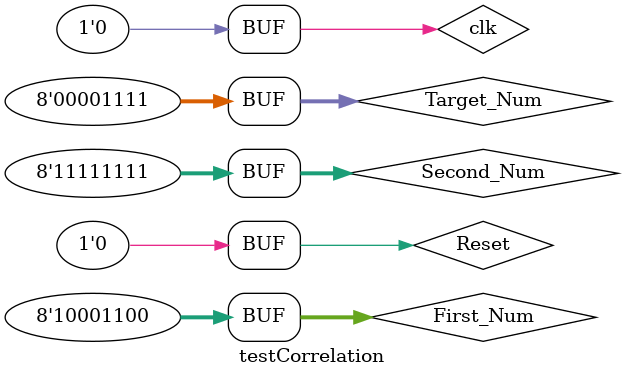
<source format=v>
module testCorrelation # (parameter N = 8)
(
);
    reg [N - 1:0] First_Num, Second_Num, Target_Num;
    wire [1:0] Correct_guess;
    wire [N + 2:0] Out_1, Out_2;
    reg Reset = 0;
    reg clk = 0;
    
    Correlation c(.clk(clk), .Reset(Reset), .First_Num(First_Num), .Second_Num(Second_Num), .Target_Num(Target_Num), .Correct_guess(Correct_guess), .Out_1(Out_1), .Out_2(Out_2));

	initial begin
        clk = 1;
        repeat(200) begin
            #5 clk = ~clk;
        end
    end
    initial
		begin
            $monitor("%d	Target_Num = %b, First_Num = %b, Second_Num = %b, Correct_guess = %b, Out_1 = %d, Out_2 = %d", $time, Target_Num, First_Num, Second_Num, Correct_guess, Out_1, Out_2);
            
            #10
            Target_Num = 8'b0000_1111;
            First_Num = 8'b1111_1100;
            Second_Num = 8'b0000_0000;

            #10
            Target_Num = 8'b0000_1111;
            First_Num = 8'b0000_1100;
            Second_Num = 8'b1100_0110;


            #10
            Target_Num = 8'b0000_1111;
            First_Num = 8'b1001_1100;
            Second_Num = 8'b0110_0000;

            #10
            Target_Num = 8'b0000_1111;
            First_Num = 8'b1000_1100;
            Second_Num = 8'b1111_1111;


		end
endmodule

</source>
